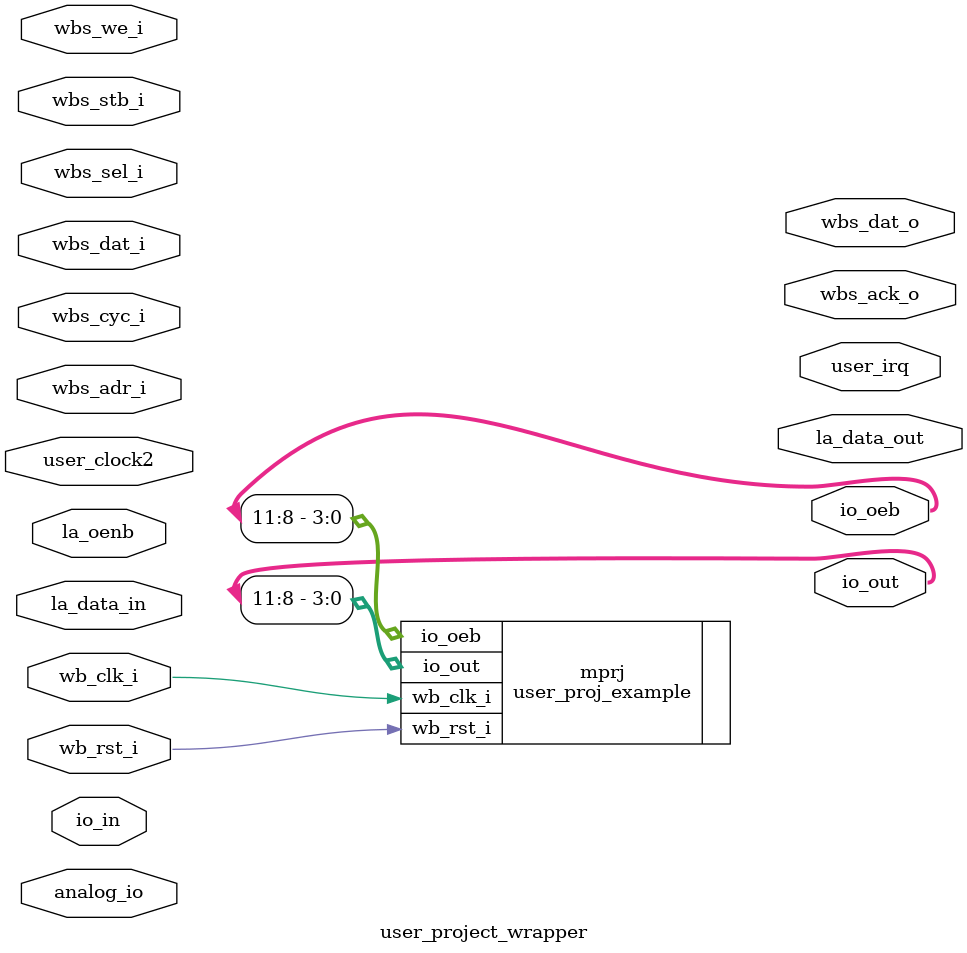
<source format=v>
module user_project_wrapper (user_clock2,
    wb_clk_i,
    wb_rst_i,
    wbs_ack_o,
    wbs_cyc_i,
    wbs_stb_i,
    wbs_we_i,
    analog_io,
    io_in,
    io_oeb,
    io_out,
    la_data_in,
    la_data_out,
    la_oenb,
    user_irq,
    wbs_adr_i,
    wbs_dat_i,
    wbs_dat_o,
    wbs_sel_i);
 input user_clock2;
 input wb_clk_i;
 input wb_rst_i;
 output wbs_ack_o;
 input wbs_cyc_i;
 input wbs_stb_i;
 input wbs_we_i;
 inout [28:0] analog_io;
 input [37:0] io_in;
 output [37:0] io_oeb;
 output [37:0] io_out;
 input [127:0] la_data_in;
 output [127:0] la_data_out;
 input [127:0] la_oenb;
 output [2:0] user_irq;
 input [31:0] wbs_adr_i;
 input [31:0] wbs_dat_i;
 output [31:0] wbs_dat_o;
 input [3:0] wbs_sel_i;


 user_proj_example mprj (.wb_clk_i(wb_clk_i),
    .wb_rst_i(wb_rst_i),
    .io_oeb({io_oeb[11],
    io_oeb[10],
    io_oeb[9],
    io_oeb[8]}),
    .io_out({io_out[11],
    io_out[10],
    io_out[9],
    io_out[8]}));
endmodule


</source>
